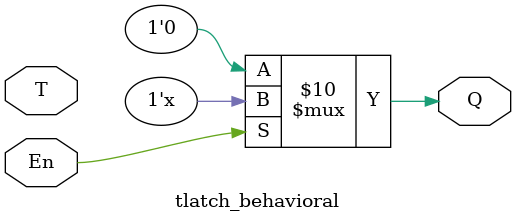
<source format=v>
module tlatch_behavioral(
    input T,
    input En,
    output reg Q);

    always @(*) begin
	
        if (En) begin
            if (T)
                Q = ~Q;  // Toggle
            else
                Q = Q;   // Hold
        end
	else Q=0;
    end
endmodule

</source>
